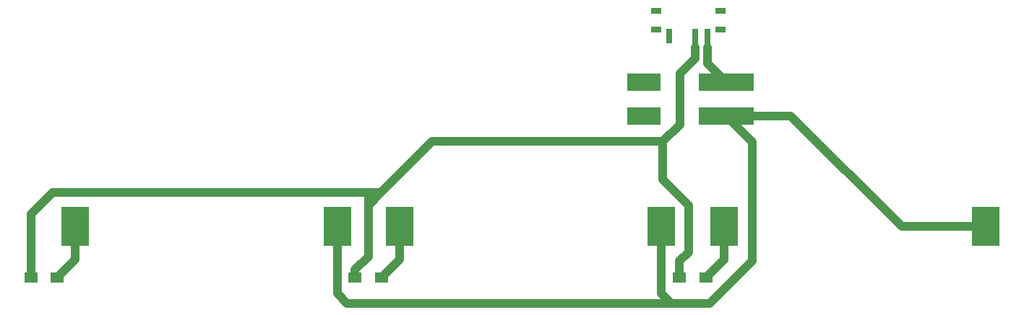
<source format=gbl>
G04 #@! TF.FileFunction,Copper,L2,Bot,Signal*
%FSLAX46Y46*%
G04 Gerber Fmt 4.6, Leading zero omitted, Abs format (unit mm)*
G04 Created by KiCad (PCBNEW 4.0.7) date 03/19/18 10:43:22*
%MOMM*%
%LPD*%
G01*
G04 APERTURE LIST*
%ADD10C,0.100000*%
%ADD11R,3.250000X4.570000*%
%ADD12R,1.500000X1.200000*%
%ADD13R,1.200000X0.800000*%
%ADD14R,0.700000X1.700000*%
%ADD15R,6.400000X2.000000*%
%ADD16R,3.900000X2.000000*%
%ADD17C,1.000000*%
%ADD18C,0.700000*%
G04 APERTURE END LIST*
D10*
D11*
X135840000Y-70000000D03*
X105160000Y-70000000D03*
X173840000Y-70000000D03*
X143160000Y-70000000D03*
X211840000Y-70000000D03*
X181160000Y-70000000D03*
D12*
X179050000Y-76000000D03*
X175950000Y-76000000D03*
X141050000Y-76000000D03*
X137950000Y-76000000D03*
X103050000Y-76000000D03*
X99950000Y-76000000D03*
D13*
X173250000Y-44650000D03*
X173250000Y-46850000D03*
X180750000Y-44650000D03*
X180750000Y-46850000D03*
D14*
X174750000Y-47600000D03*
X177750000Y-47600000D03*
X179250000Y-47600000D03*
D15*
X181450000Y-53000000D03*
D16*
X171800000Y-53000000D03*
D15*
X181450000Y-57000000D03*
D16*
X171800000Y-57000000D03*
D17*
X135840000Y-70000000D02*
X135840000Y-77840000D01*
X137000000Y-79000000D02*
X175000000Y-79000000D01*
X135840000Y-77840000D02*
X137000000Y-79000000D01*
X173840000Y-70000000D02*
X173840000Y-77840000D01*
X184500000Y-60050000D02*
X181450000Y-57000000D01*
X184500000Y-74000000D02*
X184500000Y-60050000D01*
X179500000Y-79000000D02*
X184500000Y-74000000D01*
X175000000Y-79000000D02*
X179500000Y-79000000D01*
X173840000Y-77840000D02*
X175000000Y-79000000D01*
X211840000Y-70000000D02*
X202000000Y-70000000D01*
X189000000Y-57000000D02*
X181450000Y-57000000D01*
X202000000Y-70000000D02*
X189000000Y-57000000D01*
X105160000Y-70000000D02*
X105160000Y-73890000D01*
X105160000Y-73890000D02*
X103050000Y-76000000D01*
X143160000Y-70000000D02*
X143160000Y-73890000D01*
X143160000Y-73890000D02*
X141050000Y-76000000D01*
X181160000Y-70000000D02*
X181160000Y-73890000D01*
X181160000Y-73890000D02*
X179050000Y-76000000D01*
X139500000Y-67500000D02*
X139500000Y-66000000D01*
X139500000Y-66000000D02*
X139500000Y-66500000D01*
X139500000Y-66500000D02*
X139500000Y-66000000D01*
X99950000Y-76000000D02*
X99950000Y-68550000D01*
X99950000Y-68550000D02*
X102500000Y-66000000D01*
X102500000Y-66000000D02*
X139500000Y-66000000D01*
X139500000Y-66000000D02*
X141000000Y-66000000D01*
X137950000Y-76000000D02*
X137950000Y-75050000D01*
X147000000Y-60000000D02*
X174000000Y-60000000D01*
X139500000Y-67500000D02*
X141000000Y-66000000D01*
X141000000Y-66000000D02*
X147000000Y-60000000D01*
X139500000Y-73500000D02*
X139500000Y-67500000D01*
X137950000Y-75050000D02*
X139500000Y-73500000D01*
X175950000Y-76000000D02*
X175950000Y-74050000D01*
X177750000Y-50250000D02*
X177750000Y-49000000D01*
D18*
X177750000Y-49000000D02*
X177750000Y-47600000D01*
D17*
X176000000Y-52000000D02*
X177750000Y-50250000D01*
X176000000Y-58000000D02*
X176000000Y-52000000D01*
X174000000Y-60000000D02*
X176000000Y-58000000D01*
X174000000Y-64500000D02*
X174000000Y-60000000D01*
X177000000Y-67500000D02*
X174000000Y-64500000D01*
X177000000Y-73000000D02*
X177000000Y-67500000D01*
X175950000Y-74050000D02*
X177000000Y-73000000D01*
D18*
X179250000Y-47600000D02*
X179250000Y-49000000D01*
D17*
X179250000Y-49000000D02*
X179250000Y-50800000D01*
X179250000Y-50800000D02*
X181450000Y-53000000D01*
M02*

</source>
